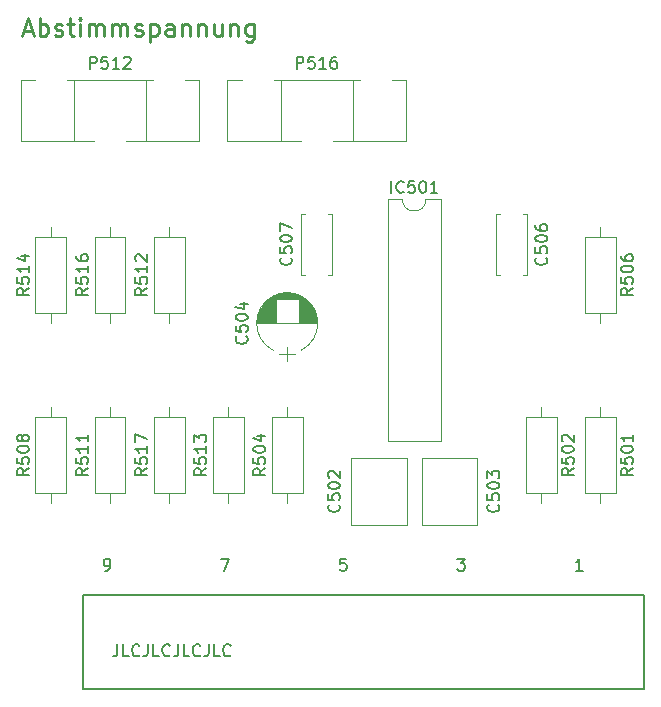
<source format=gto>
G04 #@! TF.GenerationSoftware,KiCad,Pcbnew,(5.1.7)-1*
G04 #@! TF.CreationDate,2022-12-29T18:38:42+01:00*
G04 #@! TF.ProjectId,Abstimmspannungs-Modul,41627374-696d-46d7-9370-616e6e756e67,rev?*
G04 #@! TF.SameCoordinates,Original*
G04 #@! TF.FileFunction,Legend,Top*
G04 #@! TF.FilePolarity,Positive*
%FSLAX46Y46*%
G04 Gerber Fmt 4.6, Leading zero omitted, Abs format (unit mm)*
G04 Created by KiCad (PCBNEW (5.1.7)-1) date 2022-12-29 18:38:42*
%MOMM*%
%LPD*%
G01*
G04 APERTURE LIST*
%ADD10C,0.200000*%
%ADD11C,0.225000*%
%ADD12C,0.150000*%
%ADD13C,0.120000*%
%ADD14C,1.400000*%
%ADD15C,1.600000*%
%ADD16O,1.600000X1.600000*%
%ADD17R,2.400000X1.600000*%
%ADD18O,2.400000X1.600000*%
%ADD19C,2.340000*%
%ADD20R,1.600000X1.600000*%
G04 APERTURE END LIST*
D10*
X46630952Y-91202380D02*
X46630952Y-91916666D01*
X46583333Y-92059523D01*
X46488095Y-92154761D01*
X46345238Y-92202380D01*
X46250000Y-92202380D01*
X47583333Y-92202380D02*
X47107142Y-92202380D01*
X47107142Y-91202380D01*
X48488095Y-92107142D02*
X48440476Y-92154761D01*
X48297619Y-92202380D01*
X48202380Y-92202380D01*
X48059523Y-92154761D01*
X47964285Y-92059523D01*
X47916666Y-91964285D01*
X47869047Y-91773809D01*
X47869047Y-91630952D01*
X47916666Y-91440476D01*
X47964285Y-91345238D01*
X48059523Y-91250000D01*
X48202380Y-91202380D01*
X48297619Y-91202380D01*
X48440476Y-91250000D01*
X48488095Y-91297619D01*
X49202380Y-91202380D02*
X49202380Y-91916666D01*
X49154761Y-92059523D01*
X49059523Y-92154761D01*
X48916666Y-92202380D01*
X48821428Y-92202380D01*
X50154761Y-92202380D02*
X49678571Y-92202380D01*
X49678571Y-91202380D01*
X51059523Y-92107142D02*
X51011904Y-92154761D01*
X50869047Y-92202380D01*
X50773809Y-92202380D01*
X50630952Y-92154761D01*
X50535714Y-92059523D01*
X50488095Y-91964285D01*
X50440476Y-91773809D01*
X50440476Y-91630952D01*
X50488095Y-91440476D01*
X50535714Y-91345238D01*
X50630952Y-91250000D01*
X50773809Y-91202380D01*
X50869047Y-91202380D01*
X51011904Y-91250000D01*
X51059523Y-91297619D01*
X51773809Y-91202380D02*
X51773809Y-91916666D01*
X51726190Y-92059523D01*
X51630952Y-92154761D01*
X51488095Y-92202380D01*
X51392857Y-92202380D01*
X52726190Y-92202380D02*
X52250000Y-92202380D01*
X52250000Y-91202380D01*
X53630952Y-92107142D02*
X53583333Y-92154761D01*
X53440476Y-92202380D01*
X53345238Y-92202380D01*
X53202380Y-92154761D01*
X53107142Y-92059523D01*
X53059523Y-91964285D01*
X53011904Y-91773809D01*
X53011904Y-91630952D01*
X53059523Y-91440476D01*
X53107142Y-91345238D01*
X53202380Y-91250000D01*
X53345238Y-91202380D01*
X53440476Y-91202380D01*
X53583333Y-91250000D01*
X53630952Y-91297619D01*
X54345238Y-91202380D02*
X54345238Y-91916666D01*
X54297619Y-92059523D01*
X54202380Y-92154761D01*
X54059523Y-92202380D01*
X53964285Y-92202380D01*
X55297619Y-92202380D02*
X54821428Y-92202380D01*
X54821428Y-91202380D01*
X56202380Y-92107142D02*
X56154761Y-92154761D01*
X56011904Y-92202380D01*
X55916666Y-92202380D01*
X55773809Y-92154761D01*
X55678571Y-92059523D01*
X55630952Y-91964285D01*
X55583333Y-91773809D01*
X55583333Y-91630952D01*
X55630952Y-91440476D01*
X55678571Y-91345238D01*
X55773809Y-91250000D01*
X55916666Y-91202380D01*
X56011904Y-91202380D01*
X56154761Y-91250000D01*
X56202380Y-91297619D01*
D11*
X38681964Y-39250000D02*
X39396250Y-39250000D01*
X38539107Y-39678571D02*
X39039107Y-38178571D01*
X39539107Y-39678571D01*
X40039107Y-39678571D02*
X40039107Y-38178571D01*
X40039107Y-38750000D02*
X40181964Y-38678571D01*
X40467678Y-38678571D01*
X40610535Y-38750000D01*
X40681964Y-38821428D01*
X40753392Y-38964285D01*
X40753392Y-39392857D01*
X40681964Y-39535714D01*
X40610535Y-39607142D01*
X40467678Y-39678571D01*
X40181964Y-39678571D01*
X40039107Y-39607142D01*
X41324821Y-39607142D02*
X41467678Y-39678571D01*
X41753392Y-39678571D01*
X41896250Y-39607142D01*
X41967678Y-39464285D01*
X41967678Y-39392857D01*
X41896250Y-39250000D01*
X41753392Y-39178571D01*
X41539107Y-39178571D01*
X41396250Y-39107142D01*
X41324821Y-38964285D01*
X41324821Y-38892857D01*
X41396250Y-38750000D01*
X41539107Y-38678571D01*
X41753392Y-38678571D01*
X41896250Y-38750000D01*
X42396250Y-38678571D02*
X42967678Y-38678571D01*
X42610535Y-38178571D02*
X42610535Y-39464285D01*
X42681964Y-39607142D01*
X42824821Y-39678571D01*
X42967678Y-39678571D01*
X43467678Y-39678571D02*
X43467678Y-38678571D01*
X43467678Y-38178571D02*
X43396250Y-38250000D01*
X43467678Y-38321428D01*
X43539107Y-38250000D01*
X43467678Y-38178571D01*
X43467678Y-38321428D01*
X44181964Y-39678571D02*
X44181964Y-38678571D01*
X44181964Y-38821428D02*
X44253392Y-38750000D01*
X44396250Y-38678571D01*
X44610535Y-38678571D01*
X44753392Y-38750000D01*
X44824821Y-38892857D01*
X44824821Y-39678571D01*
X44824821Y-38892857D02*
X44896250Y-38750000D01*
X45039107Y-38678571D01*
X45253392Y-38678571D01*
X45396250Y-38750000D01*
X45467678Y-38892857D01*
X45467678Y-39678571D01*
X46181964Y-39678571D02*
X46181964Y-38678571D01*
X46181964Y-38821428D02*
X46253392Y-38750000D01*
X46396250Y-38678571D01*
X46610535Y-38678571D01*
X46753392Y-38750000D01*
X46824821Y-38892857D01*
X46824821Y-39678571D01*
X46824821Y-38892857D02*
X46896250Y-38750000D01*
X47039107Y-38678571D01*
X47253392Y-38678571D01*
X47396250Y-38750000D01*
X47467678Y-38892857D01*
X47467678Y-39678571D01*
X48110535Y-39607142D02*
X48253392Y-39678571D01*
X48539107Y-39678571D01*
X48681964Y-39607142D01*
X48753392Y-39464285D01*
X48753392Y-39392857D01*
X48681964Y-39250000D01*
X48539107Y-39178571D01*
X48324821Y-39178571D01*
X48181964Y-39107142D01*
X48110535Y-38964285D01*
X48110535Y-38892857D01*
X48181964Y-38750000D01*
X48324821Y-38678571D01*
X48539107Y-38678571D01*
X48681964Y-38750000D01*
X49396250Y-38678571D02*
X49396250Y-40178571D01*
X49396250Y-38750000D02*
X49539107Y-38678571D01*
X49824821Y-38678571D01*
X49967678Y-38750000D01*
X50039107Y-38821428D01*
X50110535Y-38964285D01*
X50110535Y-39392857D01*
X50039107Y-39535714D01*
X49967678Y-39607142D01*
X49824821Y-39678571D01*
X49539107Y-39678571D01*
X49396250Y-39607142D01*
X51396250Y-39678571D02*
X51396250Y-38892857D01*
X51324821Y-38750000D01*
X51181964Y-38678571D01*
X50896250Y-38678571D01*
X50753392Y-38750000D01*
X51396250Y-39607142D02*
X51253392Y-39678571D01*
X50896250Y-39678571D01*
X50753392Y-39607142D01*
X50681964Y-39464285D01*
X50681964Y-39321428D01*
X50753392Y-39178571D01*
X50896250Y-39107142D01*
X51253392Y-39107142D01*
X51396250Y-39035714D01*
X52110535Y-38678571D02*
X52110535Y-39678571D01*
X52110535Y-38821428D02*
X52181964Y-38750000D01*
X52324821Y-38678571D01*
X52539107Y-38678571D01*
X52681964Y-38750000D01*
X52753392Y-38892857D01*
X52753392Y-39678571D01*
X53467678Y-38678571D02*
X53467678Y-39678571D01*
X53467678Y-38821428D02*
X53539107Y-38750000D01*
X53681964Y-38678571D01*
X53896250Y-38678571D01*
X54039107Y-38750000D01*
X54110535Y-38892857D01*
X54110535Y-39678571D01*
X55467678Y-38678571D02*
X55467678Y-39678571D01*
X54824821Y-38678571D02*
X54824821Y-39464285D01*
X54896250Y-39607142D01*
X55039107Y-39678571D01*
X55253392Y-39678571D01*
X55396250Y-39607142D01*
X55467678Y-39535714D01*
X56181964Y-38678571D02*
X56181964Y-39678571D01*
X56181964Y-38821428D02*
X56253392Y-38750000D01*
X56396250Y-38678571D01*
X56610535Y-38678571D01*
X56753392Y-38750000D01*
X56824821Y-38892857D01*
X56824821Y-39678571D01*
X58181964Y-38678571D02*
X58181964Y-39892857D01*
X58110535Y-40035714D01*
X58039107Y-40107142D01*
X57896250Y-40178571D01*
X57681964Y-40178571D01*
X57539107Y-40107142D01*
X58181964Y-39607142D02*
X58039107Y-39678571D01*
X57753392Y-39678571D01*
X57610535Y-39607142D01*
X57539107Y-39535714D01*
X57467678Y-39392857D01*
X57467678Y-38964285D01*
X57539107Y-38821428D01*
X57610535Y-38750000D01*
X57753392Y-38678571D01*
X58039107Y-38678571D01*
X58181964Y-38750000D01*
D12*
X45559523Y-84952380D02*
X45750000Y-84952380D01*
X45845238Y-84904761D01*
X45892857Y-84857142D01*
X45988095Y-84714285D01*
X46035714Y-84523809D01*
X46035714Y-84142857D01*
X45988095Y-84047619D01*
X45940476Y-84000000D01*
X45845238Y-83952380D01*
X45654761Y-83952380D01*
X45559523Y-84000000D01*
X45511904Y-84047619D01*
X45464285Y-84142857D01*
X45464285Y-84380952D01*
X45511904Y-84476190D01*
X45559523Y-84523809D01*
X45654761Y-84571428D01*
X45845238Y-84571428D01*
X45940476Y-84523809D01*
X45988095Y-84476190D01*
X46035714Y-84380952D01*
X65988095Y-83952380D02*
X65511904Y-83952380D01*
X65464285Y-84428571D01*
X65511904Y-84380952D01*
X65607142Y-84333333D01*
X65845238Y-84333333D01*
X65940476Y-84380952D01*
X65988095Y-84428571D01*
X66035714Y-84523809D01*
X66035714Y-84761904D01*
X65988095Y-84857142D01*
X65940476Y-84904761D01*
X65845238Y-84952380D01*
X65607142Y-84952380D01*
X65511904Y-84904761D01*
X65464285Y-84857142D01*
X75416666Y-83952380D02*
X76035714Y-83952380D01*
X75702380Y-84333333D01*
X75845238Y-84333333D01*
X75940476Y-84380952D01*
X75988095Y-84428571D01*
X76035714Y-84523809D01*
X76035714Y-84761904D01*
X75988095Y-84857142D01*
X75940476Y-84904761D01*
X75845238Y-84952380D01*
X75559523Y-84952380D01*
X75464285Y-84904761D01*
X75416666Y-84857142D01*
D13*
X77110000Y-81060000D02*
X72390000Y-81060000D01*
X77110000Y-75440000D02*
X72390000Y-75440000D01*
X77110000Y-81060000D02*
X77110000Y-75440000D01*
X72390000Y-81060000D02*
X72390000Y-75440000D01*
X66390000Y-75440000D02*
X71110000Y-75440000D01*
X66390000Y-81060000D02*
X71110000Y-81060000D01*
X66390000Y-75440000D02*
X66390000Y-81060000D01*
X71110000Y-75440000D02*
X71110000Y-81060000D01*
X82500000Y-71070000D02*
X82500000Y-71960000D01*
X82500000Y-79270000D02*
X82500000Y-78380000D01*
X81190000Y-71960000D02*
X81190000Y-78380000D01*
X83810000Y-71960000D02*
X81190000Y-71960000D01*
X83810000Y-78380000D02*
X83810000Y-71960000D01*
X81190000Y-78380000D02*
X83810000Y-78380000D01*
X87500000Y-71070000D02*
X87500000Y-71960000D01*
X87500000Y-79270000D02*
X87500000Y-78380000D01*
X86190000Y-71960000D02*
X86190000Y-78380000D01*
X88810000Y-71960000D02*
X86190000Y-71960000D01*
X88810000Y-78380000D02*
X88810000Y-71960000D01*
X86190000Y-78380000D02*
X88810000Y-78380000D01*
X61000000Y-71070000D02*
X61000000Y-71960000D01*
X61000000Y-79270000D02*
X61000000Y-78380000D01*
X59690000Y-71960000D02*
X59690000Y-78380000D01*
X62310000Y-71960000D02*
X59690000Y-71960000D01*
X62310000Y-78380000D02*
X62310000Y-71960000D01*
X59690000Y-78380000D02*
X62310000Y-78380000D01*
X87500000Y-64020000D02*
X87500000Y-63130000D01*
X87500000Y-55820000D02*
X87500000Y-56710000D01*
X88810000Y-63130000D02*
X88810000Y-56710000D01*
X86190000Y-63130000D02*
X88810000Y-63130000D01*
X86190000Y-56710000D02*
X86190000Y-63130000D01*
X88810000Y-56710000D02*
X86190000Y-56710000D01*
X62504000Y-59900000D02*
X62190000Y-59900000D01*
X64810000Y-59900000D02*
X64496000Y-59900000D01*
X62504000Y-54780000D02*
X62190000Y-54780000D01*
X64810000Y-54780000D02*
X64496000Y-54780000D01*
X62190000Y-54780000D02*
X62190000Y-59900000D01*
X64810000Y-54780000D02*
X64810000Y-59900000D01*
X79004000Y-59900000D02*
X78690000Y-59900000D01*
X81310000Y-59900000D02*
X80996000Y-59900000D01*
X79004000Y-54780000D02*
X78690000Y-54780000D01*
X81310000Y-54780000D02*
X80996000Y-54780000D01*
X78690000Y-54780000D02*
X78690000Y-59900000D01*
X81310000Y-54780000D02*
X81310000Y-59900000D01*
X74000000Y-53510000D02*
X72750000Y-53510000D01*
X74000000Y-73950000D02*
X74000000Y-53510000D01*
X69500000Y-73950000D02*
X74000000Y-73950000D01*
X69500000Y-53510000D02*
X69500000Y-73950000D01*
X70750000Y-53510000D02*
X69500000Y-53510000D01*
X72750000Y-53510000D02*
G75*
G02*
X70750000Y-53510000I-1000000J0D01*
G01*
X39690000Y-78380000D02*
X42310000Y-78380000D01*
X42310000Y-78380000D02*
X42310000Y-71960000D01*
X42310000Y-71960000D02*
X39690000Y-71960000D01*
X39690000Y-71960000D02*
X39690000Y-78380000D01*
X41000000Y-79270000D02*
X41000000Y-78380000D01*
X41000000Y-71070000D02*
X41000000Y-71960000D01*
X51000000Y-71070000D02*
X51000000Y-71960000D01*
X51000000Y-79270000D02*
X51000000Y-78380000D01*
X49690000Y-71960000D02*
X49690000Y-78380000D01*
X52310000Y-71960000D02*
X49690000Y-71960000D01*
X52310000Y-78380000D02*
X52310000Y-71960000D01*
X49690000Y-78380000D02*
X52310000Y-78380000D01*
X46000000Y-55820000D02*
X46000000Y-56710000D01*
X46000000Y-64020000D02*
X46000000Y-63130000D01*
X44690000Y-56710000D02*
X44690000Y-63130000D01*
X47310000Y-56710000D02*
X44690000Y-56710000D01*
X47310000Y-63130000D02*
X47310000Y-56710000D01*
X44690000Y-63130000D02*
X47310000Y-63130000D01*
X41000000Y-64020000D02*
X41000000Y-63130000D01*
X41000000Y-55820000D02*
X41000000Y-56710000D01*
X42310000Y-63130000D02*
X42310000Y-56710000D01*
X39690000Y-63130000D02*
X42310000Y-63130000D01*
X39690000Y-56710000D02*
X39690000Y-63130000D01*
X42310000Y-56710000D02*
X39690000Y-56710000D01*
X56000000Y-71070000D02*
X56000000Y-71960000D01*
X56000000Y-79270000D02*
X56000000Y-78380000D01*
X54690000Y-71960000D02*
X54690000Y-78380000D01*
X57310000Y-71960000D02*
X54690000Y-71960000D01*
X57310000Y-78380000D02*
X57310000Y-71960000D01*
X54690000Y-78380000D02*
X57310000Y-78380000D01*
X51000000Y-55820000D02*
X51000000Y-56710000D01*
X51000000Y-64020000D02*
X51000000Y-63130000D01*
X49690000Y-56710000D02*
X49690000Y-63130000D01*
X52310000Y-56710000D02*
X49690000Y-56710000D01*
X52310000Y-63130000D02*
X52310000Y-56710000D01*
X49690000Y-63130000D02*
X52310000Y-63130000D01*
X46000000Y-71070000D02*
X46000000Y-71960000D01*
X46000000Y-79270000D02*
X46000000Y-78380000D01*
X44690000Y-71960000D02*
X44690000Y-78380000D01*
X47310000Y-71960000D02*
X44690000Y-71960000D01*
X47310000Y-78380000D02*
X47310000Y-71960000D01*
X44690000Y-78380000D02*
X47310000Y-78380000D01*
X62135000Y-48560000D02*
X60440000Y-48560000D01*
X66560000Y-48560000D02*
X64865000Y-48560000D01*
X66560000Y-43439000D02*
X60440000Y-43439000D01*
X60440000Y-43439000D02*
X60440000Y-48560000D01*
X66560000Y-43439000D02*
X66560000Y-48560000D01*
X67135000Y-43439000D02*
X59865000Y-43439000D01*
X71060000Y-43439000D02*
X69865000Y-43439000D01*
X57135000Y-43439000D02*
X55940000Y-43439000D01*
X62135000Y-48560000D02*
X55940000Y-48560000D01*
X71060000Y-48560000D02*
X64865000Y-48560000D01*
X55940000Y-43439000D02*
X55940000Y-48560000D01*
X71060000Y-43439000D02*
X71060000Y-48560000D01*
X44635000Y-48560000D02*
X42940000Y-48560000D01*
X49060000Y-48560000D02*
X47365000Y-48560000D01*
X49060000Y-43439000D02*
X42940000Y-43439000D01*
X42940000Y-43439000D02*
X42940000Y-48560000D01*
X49060000Y-43439000D02*
X49060000Y-48560000D01*
X49635000Y-43439000D02*
X42365000Y-43439000D01*
X53560000Y-43439000D02*
X52365000Y-43439000D01*
X39635000Y-43439000D02*
X38440000Y-43439000D01*
X44635000Y-48560000D02*
X38440000Y-48560000D01*
X53560000Y-48560000D02*
X47365000Y-48560000D01*
X38440000Y-43439000D02*
X38440000Y-48560000D01*
X53560000Y-43439000D02*
X53560000Y-48560000D01*
X60350000Y-66600000D02*
X61650000Y-66600000D01*
X61000000Y-67200000D02*
X61000000Y-66000000D01*
X60646000Y-61439000D02*
X61354000Y-61439000D01*
X60441000Y-61479000D02*
X61559000Y-61479000D01*
X60293000Y-61519000D02*
X61707000Y-61519000D01*
X60171000Y-61559000D02*
X61829000Y-61559000D01*
X60066000Y-61599000D02*
X61934000Y-61599000D01*
X59972000Y-61639000D02*
X62028000Y-61639000D01*
X59888000Y-61679000D02*
X62112000Y-61679000D01*
X59811000Y-61719000D02*
X62189000Y-61719000D01*
X59739000Y-61759000D02*
X62261000Y-61759000D01*
X59673000Y-61799000D02*
X62327000Y-61799000D01*
X59610000Y-61839000D02*
X62390000Y-61839000D01*
X59552000Y-61879000D02*
X62448000Y-61879000D01*
X59496000Y-61919000D02*
X62504000Y-61919000D01*
X59444000Y-61959000D02*
X62556000Y-61959000D01*
X59394000Y-61999000D02*
X62606000Y-61999000D01*
X61980000Y-62039000D02*
X62654000Y-62039000D01*
X59346000Y-62039000D02*
X60020000Y-62039000D01*
X61980000Y-62079000D02*
X62699000Y-62079000D01*
X59301000Y-62079000D02*
X60020000Y-62079000D01*
X61980000Y-62119000D02*
X62742000Y-62119000D01*
X59258000Y-62119000D02*
X60020000Y-62119000D01*
X61980000Y-62159000D02*
X62783000Y-62159000D01*
X59217000Y-62159000D02*
X60020000Y-62159000D01*
X61980000Y-62199000D02*
X62823000Y-62199000D01*
X59177000Y-62199000D02*
X60020000Y-62199000D01*
X61980000Y-62239000D02*
X62861000Y-62239000D01*
X59139000Y-62239000D02*
X60020000Y-62239000D01*
X61980000Y-62279000D02*
X62897000Y-62279000D01*
X59103000Y-62279000D02*
X60020000Y-62279000D01*
X61980000Y-62319000D02*
X62932000Y-62319000D01*
X59068000Y-62319000D02*
X60020000Y-62319000D01*
X61980000Y-62359000D02*
X62965000Y-62359000D01*
X59035000Y-62359000D02*
X60020000Y-62359000D01*
X61980000Y-62399000D02*
X62997000Y-62399000D01*
X59003000Y-62399000D02*
X60020000Y-62399000D01*
X61980000Y-62439000D02*
X63028000Y-62439000D01*
X58972000Y-62439000D02*
X60020000Y-62439000D01*
X61980000Y-62479000D02*
X63058000Y-62479000D01*
X58942000Y-62479000D02*
X60020000Y-62479000D01*
X61980000Y-62519000D02*
X63086000Y-62519000D01*
X58914000Y-62519000D02*
X60020000Y-62519000D01*
X61980000Y-62559000D02*
X63113000Y-62559000D01*
X58887000Y-62559000D02*
X60020000Y-62559000D01*
X61980000Y-62599000D02*
X63140000Y-62599000D01*
X58860000Y-62599000D02*
X60020000Y-62599000D01*
X61980000Y-62639000D02*
X63165000Y-62639000D01*
X58835000Y-62639000D02*
X60020000Y-62639000D01*
X61980000Y-62679000D02*
X63189000Y-62679000D01*
X58811000Y-62679000D02*
X60020000Y-62679000D01*
X61980000Y-62719000D02*
X63212000Y-62719000D01*
X58788000Y-62719000D02*
X60020000Y-62719000D01*
X61980000Y-62759000D02*
X63234000Y-62759000D01*
X58766000Y-62759000D02*
X60020000Y-62759000D01*
X61980000Y-62799000D02*
X63256000Y-62799000D01*
X58744000Y-62799000D02*
X60020000Y-62799000D01*
X61980000Y-62839000D02*
X63276000Y-62839000D01*
X58724000Y-62839000D02*
X60020000Y-62839000D01*
X61980000Y-62879000D02*
X63296000Y-62879000D01*
X58704000Y-62879000D02*
X60020000Y-62879000D01*
X61980000Y-62919000D02*
X63315000Y-62919000D01*
X58685000Y-62919000D02*
X60020000Y-62919000D01*
X61980000Y-62959000D02*
X63333000Y-62959000D01*
X58667000Y-62959000D02*
X60020000Y-62959000D01*
X61980000Y-62999000D02*
X63350000Y-62999000D01*
X58650000Y-62999000D02*
X60020000Y-62999000D01*
X61980000Y-63039000D02*
X63366000Y-63039000D01*
X58634000Y-63039000D02*
X60020000Y-63039000D01*
X61980000Y-63079000D02*
X63382000Y-63079000D01*
X58618000Y-63079000D02*
X60020000Y-63079000D01*
X61980000Y-63119000D02*
X63396000Y-63119000D01*
X58604000Y-63119000D02*
X60020000Y-63119000D01*
X61980000Y-63159000D02*
X63410000Y-63159000D01*
X58590000Y-63159000D02*
X60020000Y-63159000D01*
X61980000Y-63199000D02*
X63424000Y-63199000D01*
X58576000Y-63199000D02*
X60020000Y-63199000D01*
X61980000Y-63239000D02*
X63436000Y-63239000D01*
X58564000Y-63239000D02*
X60020000Y-63239000D01*
X61980000Y-63279000D02*
X63448000Y-63279000D01*
X58552000Y-63279000D02*
X60020000Y-63279000D01*
X61980000Y-63320000D02*
X63460000Y-63320000D01*
X58540000Y-63320000D02*
X60020000Y-63320000D01*
X61980000Y-63360000D02*
X63470000Y-63360000D01*
X58530000Y-63360000D02*
X60020000Y-63360000D01*
X61980000Y-63400000D02*
X63480000Y-63400000D01*
X58520000Y-63400000D02*
X60020000Y-63400000D01*
X61980000Y-63440000D02*
X63489000Y-63440000D01*
X58511000Y-63440000D02*
X60020000Y-63440000D01*
X61980000Y-63480000D02*
X63498000Y-63480000D01*
X58502000Y-63480000D02*
X60020000Y-63480000D01*
X61980000Y-63520000D02*
X63506000Y-63520000D01*
X58494000Y-63520000D02*
X60020000Y-63520000D01*
X61980000Y-63560000D02*
X63513000Y-63560000D01*
X58487000Y-63560000D02*
X60020000Y-63560000D01*
X61980000Y-63600000D02*
X63519000Y-63600000D01*
X58481000Y-63600000D02*
X60020000Y-63600000D01*
X61980000Y-63640000D02*
X63525000Y-63640000D01*
X58475000Y-63640000D02*
X60020000Y-63640000D01*
X61980000Y-63680000D02*
X63531000Y-63680000D01*
X58469000Y-63680000D02*
X60020000Y-63680000D01*
X61980000Y-63720000D02*
X63535000Y-63720000D01*
X58465000Y-63720000D02*
X60020000Y-63720000D01*
X61980000Y-63760000D02*
X63539000Y-63760000D01*
X58461000Y-63760000D02*
X60020000Y-63760000D01*
X61980000Y-63800000D02*
X63543000Y-63800000D01*
X58457000Y-63800000D02*
X60020000Y-63800000D01*
X61980000Y-63840000D02*
X63546000Y-63840000D01*
X58454000Y-63840000D02*
X60020000Y-63840000D01*
X61980000Y-63880000D02*
X63548000Y-63880000D01*
X58452000Y-63880000D02*
X60020000Y-63880000D01*
X61980000Y-63920000D02*
X63549000Y-63920000D01*
X58451000Y-63920000D02*
X60020000Y-63920000D01*
X61980000Y-63960000D02*
X63550000Y-63960000D01*
X58450000Y-63960000D02*
X60020000Y-63960000D01*
X58450000Y-64000000D02*
X63550000Y-64000000D01*
X59820277Y-61694278D02*
G75*
G03*
X59820000Y-66305580I1179723J-2305722D01*
G01*
X62179723Y-61694278D02*
G75*
G02*
X62180000Y-66305580I-1179723J-2305722D01*
G01*
X62179723Y-61694278D02*
G75*
G03*
X59820000Y-61694420I-1179723J-2305722D01*
G01*
D12*
X43750000Y-95000000D02*
X43750000Y-87000000D01*
X91250000Y-87000000D02*
X43750000Y-87000000D01*
X91250000Y-95000000D02*
X91250000Y-87000000D01*
X43750000Y-95000000D02*
X91250000Y-95000000D01*
X78857142Y-79369047D02*
X78904761Y-79416666D01*
X78952380Y-79559523D01*
X78952380Y-79654761D01*
X78904761Y-79797619D01*
X78809523Y-79892857D01*
X78714285Y-79940476D01*
X78523809Y-79988095D01*
X78380952Y-79988095D01*
X78190476Y-79940476D01*
X78095238Y-79892857D01*
X78000000Y-79797619D01*
X77952380Y-79654761D01*
X77952380Y-79559523D01*
X78000000Y-79416666D01*
X78047619Y-79369047D01*
X77952380Y-78464285D02*
X77952380Y-78940476D01*
X78428571Y-78988095D01*
X78380952Y-78940476D01*
X78333333Y-78845238D01*
X78333333Y-78607142D01*
X78380952Y-78511904D01*
X78428571Y-78464285D01*
X78523809Y-78416666D01*
X78761904Y-78416666D01*
X78857142Y-78464285D01*
X78904761Y-78511904D01*
X78952380Y-78607142D01*
X78952380Y-78845238D01*
X78904761Y-78940476D01*
X78857142Y-78988095D01*
X77952380Y-77797619D02*
X77952380Y-77702380D01*
X78000000Y-77607142D01*
X78047619Y-77559523D01*
X78142857Y-77511904D01*
X78333333Y-77464285D01*
X78571428Y-77464285D01*
X78761904Y-77511904D01*
X78857142Y-77559523D01*
X78904761Y-77607142D01*
X78952380Y-77702380D01*
X78952380Y-77797619D01*
X78904761Y-77892857D01*
X78857142Y-77940476D01*
X78761904Y-77988095D01*
X78571428Y-78035714D01*
X78333333Y-78035714D01*
X78142857Y-77988095D01*
X78047619Y-77940476D01*
X78000000Y-77892857D01*
X77952380Y-77797619D01*
X77952380Y-77130952D02*
X77952380Y-76511904D01*
X78333333Y-76845238D01*
X78333333Y-76702380D01*
X78380952Y-76607142D01*
X78428571Y-76559523D01*
X78523809Y-76511904D01*
X78761904Y-76511904D01*
X78857142Y-76559523D01*
X78904761Y-76607142D01*
X78952380Y-76702380D01*
X78952380Y-76988095D01*
X78904761Y-77083333D01*
X78857142Y-77130952D01*
X65357142Y-79369047D02*
X65404761Y-79416666D01*
X65452380Y-79559523D01*
X65452380Y-79654761D01*
X65404761Y-79797619D01*
X65309523Y-79892857D01*
X65214285Y-79940476D01*
X65023809Y-79988095D01*
X64880952Y-79988095D01*
X64690476Y-79940476D01*
X64595238Y-79892857D01*
X64500000Y-79797619D01*
X64452380Y-79654761D01*
X64452380Y-79559523D01*
X64500000Y-79416666D01*
X64547619Y-79369047D01*
X64452380Y-78464285D02*
X64452380Y-78940476D01*
X64928571Y-78988095D01*
X64880952Y-78940476D01*
X64833333Y-78845238D01*
X64833333Y-78607142D01*
X64880952Y-78511904D01*
X64928571Y-78464285D01*
X65023809Y-78416666D01*
X65261904Y-78416666D01*
X65357142Y-78464285D01*
X65404761Y-78511904D01*
X65452380Y-78607142D01*
X65452380Y-78845238D01*
X65404761Y-78940476D01*
X65357142Y-78988095D01*
X64452380Y-77797619D02*
X64452380Y-77702380D01*
X64500000Y-77607142D01*
X64547619Y-77559523D01*
X64642857Y-77511904D01*
X64833333Y-77464285D01*
X65071428Y-77464285D01*
X65261904Y-77511904D01*
X65357142Y-77559523D01*
X65404761Y-77607142D01*
X65452380Y-77702380D01*
X65452380Y-77797619D01*
X65404761Y-77892857D01*
X65357142Y-77940476D01*
X65261904Y-77988095D01*
X65071428Y-78035714D01*
X64833333Y-78035714D01*
X64642857Y-77988095D01*
X64547619Y-77940476D01*
X64500000Y-77892857D01*
X64452380Y-77797619D01*
X64547619Y-77083333D02*
X64500000Y-77035714D01*
X64452380Y-76940476D01*
X64452380Y-76702380D01*
X64500000Y-76607142D01*
X64547619Y-76559523D01*
X64642857Y-76511904D01*
X64738095Y-76511904D01*
X64880952Y-76559523D01*
X65452380Y-77130952D01*
X65452380Y-76511904D01*
X85262380Y-76289047D02*
X84786190Y-76622380D01*
X85262380Y-76860476D02*
X84262380Y-76860476D01*
X84262380Y-76479523D01*
X84310000Y-76384285D01*
X84357619Y-76336666D01*
X84452857Y-76289047D01*
X84595714Y-76289047D01*
X84690952Y-76336666D01*
X84738571Y-76384285D01*
X84786190Y-76479523D01*
X84786190Y-76860476D01*
X84262380Y-75384285D02*
X84262380Y-75860476D01*
X84738571Y-75908095D01*
X84690952Y-75860476D01*
X84643333Y-75765238D01*
X84643333Y-75527142D01*
X84690952Y-75431904D01*
X84738571Y-75384285D01*
X84833809Y-75336666D01*
X85071904Y-75336666D01*
X85167142Y-75384285D01*
X85214761Y-75431904D01*
X85262380Y-75527142D01*
X85262380Y-75765238D01*
X85214761Y-75860476D01*
X85167142Y-75908095D01*
X84262380Y-74717619D02*
X84262380Y-74622380D01*
X84310000Y-74527142D01*
X84357619Y-74479523D01*
X84452857Y-74431904D01*
X84643333Y-74384285D01*
X84881428Y-74384285D01*
X85071904Y-74431904D01*
X85167142Y-74479523D01*
X85214761Y-74527142D01*
X85262380Y-74622380D01*
X85262380Y-74717619D01*
X85214761Y-74812857D01*
X85167142Y-74860476D01*
X85071904Y-74908095D01*
X84881428Y-74955714D01*
X84643333Y-74955714D01*
X84452857Y-74908095D01*
X84357619Y-74860476D01*
X84310000Y-74812857D01*
X84262380Y-74717619D01*
X84357619Y-74003333D02*
X84310000Y-73955714D01*
X84262380Y-73860476D01*
X84262380Y-73622380D01*
X84310000Y-73527142D01*
X84357619Y-73479523D01*
X84452857Y-73431904D01*
X84548095Y-73431904D01*
X84690952Y-73479523D01*
X85262380Y-74050952D01*
X85262380Y-73431904D01*
X90262380Y-76289047D02*
X89786190Y-76622380D01*
X90262380Y-76860476D02*
X89262380Y-76860476D01*
X89262380Y-76479523D01*
X89310000Y-76384285D01*
X89357619Y-76336666D01*
X89452857Y-76289047D01*
X89595714Y-76289047D01*
X89690952Y-76336666D01*
X89738571Y-76384285D01*
X89786190Y-76479523D01*
X89786190Y-76860476D01*
X89262380Y-75384285D02*
X89262380Y-75860476D01*
X89738571Y-75908095D01*
X89690952Y-75860476D01*
X89643333Y-75765238D01*
X89643333Y-75527142D01*
X89690952Y-75431904D01*
X89738571Y-75384285D01*
X89833809Y-75336666D01*
X90071904Y-75336666D01*
X90167142Y-75384285D01*
X90214761Y-75431904D01*
X90262380Y-75527142D01*
X90262380Y-75765238D01*
X90214761Y-75860476D01*
X90167142Y-75908095D01*
X89262380Y-74717619D02*
X89262380Y-74622380D01*
X89310000Y-74527142D01*
X89357619Y-74479523D01*
X89452857Y-74431904D01*
X89643333Y-74384285D01*
X89881428Y-74384285D01*
X90071904Y-74431904D01*
X90167142Y-74479523D01*
X90214761Y-74527142D01*
X90262380Y-74622380D01*
X90262380Y-74717619D01*
X90214761Y-74812857D01*
X90167142Y-74860476D01*
X90071904Y-74908095D01*
X89881428Y-74955714D01*
X89643333Y-74955714D01*
X89452857Y-74908095D01*
X89357619Y-74860476D01*
X89310000Y-74812857D01*
X89262380Y-74717619D01*
X90262380Y-73431904D02*
X90262380Y-74003333D01*
X90262380Y-73717619D02*
X89262380Y-73717619D01*
X89405238Y-73812857D01*
X89500476Y-73908095D01*
X89548095Y-74003333D01*
X59142380Y-76289047D02*
X58666190Y-76622380D01*
X59142380Y-76860476D02*
X58142380Y-76860476D01*
X58142380Y-76479523D01*
X58190000Y-76384285D01*
X58237619Y-76336666D01*
X58332857Y-76289047D01*
X58475714Y-76289047D01*
X58570952Y-76336666D01*
X58618571Y-76384285D01*
X58666190Y-76479523D01*
X58666190Y-76860476D01*
X58142380Y-75384285D02*
X58142380Y-75860476D01*
X58618571Y-75908095D01*
X58570952Y-75860476D01*
X58523333Y-75765238D01*
X58523333Y-75527142D01*
X58570952Y-75431904D01*
X58618571Y-75384285D01*
X58713809Y-75336666D01*
X58951904Y-75336666D01*
X59047142Y-75384285D01*
X59094761Y-75431904D01*
X59142380Y-75527142D01*
X59142380Y-75765238D01*
X59094761Y-75860476D01*
X59047142Y-75908095D01*
X58142380Y-74717619D02*
X58142380Y-74622380D01*
X58190000Y-74527142D01*
X58237619Y-74479523D01*
X58332857Y-74431904D01*
X58523333Y-74384285D01*
X58761428Y-74384285D01*
X58951904Y-74431904D01*
X59047142Y-74479523D01*
X59094761Y-74527142D01*
X59142380Y-74622380D01*
X59142380Y-74717619D01*
X59094761Y-74812857D01*
X59047142Y-74860476D01*
X58951904Y-74908095D01*
X58761428Y-74955714D01*
X58523333Y-74955714D01*
X58332857Y-74908095D01*
X58237619Y-74860476D01*
X58190000Y-74812857D01*
X58142380Y-74717619D01*
X58475714Y-73527142D02*
X59142380Y-73527142D01*
X58094761Y-73765238D02*
X58809047Y-74003333D01*
X58809047Y-73384285D01*
X90262380Y-61039047D02*
X89786190Y-61372380D01*
X90262380Y-61610476D02*
X89262380Y-61610476D01*
X89262380Y-61229523D01*
X89310000Y-61134285D01*
X89357619Y-61086666D01*
X89452857Y-61039047D01*
X89595714Y-61039047D01*
X89690952Y-61086666D01*
X89738571Y-61134285D01*
X89786190Y-61229523D01*
X89786190Y-61610476D01*
X89262380Y-60134285D02*
X89262380Y-60610476D01*
X89738571Y-60658095D01*
X89690952Y-60610476D01*
X89643333Y-60515238D01*
X89643333Y-60277142D01*
X89690952Y-60181904D01*
X89738571Y-60134285D01*
X89833809Y-60086666D01*
X90071904Y-60086666D01*
X90167142Y-60134285D01*
X90214761Y-60181904D01*
X90262380Y-60277142D01*
X90262380Y-60515238D01*
X90214761Y-60610476D01*
X90167142Y-60658095D01*
X89262380Y-59467619D02*
X89262380Y-59372380D01*
X89310000Y-59277142D01*
X89357619Y-59229523D01*
X89452857Y-59181904D01*
X89643333Y-59134285D01*
X89881428Y-59134285D01*
X90071904Y-59181904D01*
X90167142Y-59229523D01*
X90214761Y-59277142D01*
X90262380Y-59372380D01*
X90262380Y-59467619D01*
X90214761Y-59562857D01*
X90167142Y-59610476D01*
X90071904Y-59658095D01*
X89881428Y-59705714D01*
X89643333Y-59705714D01*
X89452857Y-59658095D01*
X89357619Y-59610476D01*
X89310000Y-59562857D01*
X89262380Y-59467619D01*
X89262380Y-58277142D02*
X89262380Y-58467619D01*
X89310000Y-58562857D01*
X89357619Y-58610476D01*
X89500476Y-58705714D01*
X89690952Y-58753333D01*
X90071904Y-58753333D01*
X90167142Y-58705714D01*
X90214761Y-58658095D01*
X90262380Y-58562857D01*
X90262380Y-58372380D01*
X90214761Y-58277142D01*
X90167142Y-58229523D01*
X90071904Y-58181904D01*
X89833809Y-58181904D01*
X89738571Y-58229523D01*
X89690952Y-58277142D01*
X89643333Y-58372380D01*
X89643333Y-58562857D01*
X89690952Y-58658095D01*
X89738571Y-58705714D01*
X89833809Y-58753333D01*
X61297142Y-58459047D02*
X61344761Y-58506666D01*
X61392380Y-58649523D01*
X61392380Y-58744761D01*
X61344761Y-58887619D01*
X61249523Y-58982857D01*
X61154285Y-59030476D01*
X60963809Y-59078095D01*
X60820952Y-59078095D01*
X60630476Y-59030476D01*
X60535238Y-58982857D01*
X60440000Y-58887619D01*
X60392380Y-58744761D01*
X60392380Y-58649523D01*
X60440000Y-58506666D01*
X60487619Y-58459047D01*
X60392380Y-57554285D02*
X60392380Y-58030476D01*
X60868571Y-58078095D01*
X60820952Y-58030476D01*
X60773333Y-57935238D01*
X60773333Y-57697142D01*
X60820952Y-57601904D01*
X60868571Y-57554285D01*
X60963809Y-57506666D01*
X61201904Y-57506666D01*
X61297142Y-57554285D01*
X61344761Y-57601904D01*
X61392380Y-57697142D01*
X61392380Y-57935238D01*
X61344761Y-58030476D01*
X61297142Y-58078095D01*
X60392380Y-56887619D02*
X60392380Y-56792380D01*
X60440000Y-56697142D01*
X60487619Y-56649523D01*
X60582857Y-56601904D01*
X60773333Y-56554285D01*
X61011428Y-56554285D01*
X61201904Y-56601904D01*
X61297142Y-56649523D01*
X61344761Y-56697142D01*
X61392380Y-56792380D01*
X61392380Y-56887619D01*
X61344761Y-56982857D01*
X61297142Y-57030476D01*
X61201904Y-57078095D01*
X61011428Y-57125714D01*
X60773333Y-57125714D01*
X60582857Y-57078095D01*
X60487619Y-57030476D01*
X60440000Y-56982857D01*
X60392380Y-56887619D01*
X60392380Y-56220952D02*
X60392380Y-55554285D01*
X61392380Y-55982857D01*
X82917142Y-58459047D02*
X82964761Y-58506666D01*
X83012380Y-58649523D01*
X83012380Y-58744761D01*
X82964761Y-58887619D01*
X82869523Y-58982857D01*
X82774285Y-59030476D01*
X82583809Y-59078095D01*
X82440952Y-59078095D01*
X82250476Y-59030476D01*
X82155238Y-58982857D01*
X82060000Y-58887619D01*
X82012380Y-58744761D01*
X82012380Y-58649523D01*
X82060000Y-58506666D01*
X82107619Y-58459047D01*
X82012380Y-57554285D02*
X82012380Y-58030476D01*
X82488571Y-58078095D01*
X82440952Y-58030476D01*
X82393333Y-57935238D01*
X82393333Y-57697142D01*
X82440952Y-57601904D01*
X82488571Y-57554285D01*
X82583809Y-57506666D01*
X82821904Y-57506666D01*
X82917142Y-57554285D01*
X82964761Y-57601904D01*
X83012380Y-57697142D01*
X83012380Y-57935238D01*
X82964761Y-58030476D01*
X82917142Y-58078095D01*
X82012380Y-56887619D02*
X82012380Y-56792380D01*
X82060000Y-56697142D01*
X82107619Y-56649523D01*
X82202857Y-56601904D01*
X82393333Y-56554285D01*
X82631428Y-56554285D01*
X82821904Y-56601904D01*
X82917142Y-56649523D01*
X82964761Y-56697142D01*
X83012380Y-56792380D01*
X83012380Y-56887619D01*
X82964761Y-56982857D01*
X82917142Y-57030476D01*
X82821904Y-57078095D01*
X82631428Y-57125714D01*
X82393333Y-57125714D01*
X82202857Y-57078095D01*
X82107619Y-57030476D01*
X82060000Y-56982857D01*
X82012380Y-56887619D01*
X82012380Y-55697142D02*
X82012380Y-55887619D01*
X82060000Y-55982857D01*
X82107619Y-56030476D01*
X82250476Y-56125714D01*
X82440952Y-56173333D01*
X82821904Y-56173333D01*
X82917142Y-56125714D01*
X82964761Y-56078095D01*
X83012380Y-55982857D01*
X83012380Y-55792380D01*
X82964761Y-55697142D01*
X82917142Y-55649523D01*
X82821904Y-55601904D01*
X82583809Y-55601904D01*
X82488571Y-55649523D01*
X82440952Y-55697142D01*
X82393333Y-55792380D01*
X82393333Y-55982857D01*
X82440952Y-56078095D01*
X82488571Y-56125714D01*
X82583809Y-56173333D01*
X69821428Y-52962380D02*
X69821428Y-51962380D01*
X70869047Y-52867142D02*
X70821428Y-52914761D01*
X70678571Y-52962380D01*
X70583333Y-52962380D01*
X70440476Y-52914761D01*
X70345238Y-52819523D01*
X70297619Y-52724285D01*
X70250000Y-52533809D01*
X70250000Y-52390952D01*
X70297619Y-52200476D01*
X70345238Y-52105238D01*
X70440476Y-52010000D01*
X70583333Y-51962380D01*
X70678571Y-51962380D01*
X70821428Y-52010000D01*
X70869047Y-52057619D01*
X71773809Y-51962380D02*
X71297619Y-51962380D01*
X71250000Y-52438571D01*
X71297619Y-52390952D01*
X71392857Y-52343333D01*
X71630952Y-52343333D01*
X71726190Y-52390952D01*
X71773809Y-52438571D01*
X71821428Y-52533809D01*
X71821428Y-52771904D01*
X71773809Y-52867142D01*
X71726190Y-52914761D01*
X71630952Y-52962380D01*
X71392857Y-52962380D01*
X71297619Y-52914761D01*
X71250000Y-52867142D01*
X72440476Y-51962380D02*
X72535714Y-51962380D01*
X72630952Y-52010000D01*
X72678571Y-52057619D01*
X72726190Y-52152857D01*
X72773809Y-52343333D01*
X72773809Y-52581428D01*
X72726190Y-52771904D01*
X72678571Y-52867142D01*
X72630952Y-52914761D01*
X72535714Y-52962380D01*
X72440476Y-52962380D01*
X72345238Y-52914761D01*
X72297619Y-52867142D01*
X72250000Y-52771904D01*
X72202380Y-52581428D01*
X72202380Y-52343333D01*
X72250000Y-52152857D01*
X72297619Y-52057619D01*
X72345238Y-52010000D01*
X72440476Y-51962380D01*
X73726190Y-52962380D02*
X73154761Y-52962380D01*
X73440476Y-52962380D02*
X73440476Y-51962380D01*
X73345238Y-52105238D01*
X73250000Y-52200476D01*
X73154761Y-52248095D01*
X39142380Y-76289047D02*
X38666190Y-76622380D01*
X39142380Y-76860476D02*
X38142380Y-76860476D01*
X38142380Y-76479523D01*
X38190000Y-76384285D01*
X38237619Y-76336666D01*
X38332857Y-76289047D01*
X38475714Y-76289047D01*
X38570952Y-76336666D01*
X38618571Y-76384285D01*
X38666190Y-76479523D01*
X38666190Y-76860476D01*
X38142380Y-75384285D02*
X38142380Y-75860476D01*
X38618571Y-75908095D01*
X38570952Y-75860476D01*
X38523333Y-75765238D01*
X38523333Y-75527142D01*
X38570952Y-75431904D01*
X38618571Y-75384285D01*
X38713809Y-75336666D01*
X38951904Y-75336666D01*
X39047142Y-75384285D01*
X39094761Y-75431904D01*
X39142380Y-75527142D01*
X39142380Y-75765238D01*
X39094761Y-75860476D01*
X39047142Y-75908095D01*
X38142380Y-74717619D02*
X38142380Y-74622380D01*
X38190000Y-74527142D01*
X38237619Y-74479523D01*
X38332857Y-74431904D01*
X38523333Y-74384285D01*
X38761428Y-74384285D01*
X38951904Y-74431904D01*
X39047142Y-74479523D01*
X39094761Y-74527142D01*
X39142380Y-74622380D01*
X39142380Y-74717619D01*
X39094761Y-74812857D01*
X39047142Y-74860476D01*
X38951904Y-74908095D01*
X38761428Y-74955714D01*
X38523333Y-74955714D01*
X38332857Y-74908095D01*
X38237619Y-74860476D01*
X38190000Y-74812857D01*
X38142380Y-74717619D01*
X38570952Y-73812857D02*
X38523333Y-73908095D01*
X38475714Y-73955714D01*
X38380476Y-74003333D01*
X38332857Y-74003333D01*
X38237619Y-73955714D01*
X38190000Y-73908095D01*
X38142380Y-73812857D01*
X38142380Y-73622380D01*
X38190000Y-73527142D01*
X38237619Y-73479523D01*
X38332857Y-73431904D01*
X38380476Y-73431904D01*
X38475714Y-73479523D01*
X38523333Y-73527142D01*
X38570952Y-73622380D01*
X38570952Y-73812857D01*
X38618571Y-73908095D01*
X38666190Y-73955714D01*
X38761428Y-74003333D01*
X38951904Y-74003333D01*
X39047142Y-73955714D01*
X39094761Y-73908095D01*
X39142380Y-73812857D01*
X39142380Y-73622380D01*
X39094761Y-73527142D01*
X39047142Y-73479523D01*
X38951904Y-73431904D01*
X38761428Y-73431904D01*
X38666190Y-73479523D01*
X38618571Y-73527142D01*
X38570952Y-73622380D01*
X49142380Y-76289047D02*
X48666190Y-76622380D01*
X49142380Y-76860476D02*
X48142380Y-76860476D01*
X48142380Y-76479523D01*
X48190000Y-76384285D01*
X48237619Y-76336666D01*
X48332857Y-76289047D01*
X48475714Y-76289047D01*
X48570952Y-76336666D01*
X48618571Y-76384285D01*
X48666190Y-76479523D01*
X48666190Y-76860476D01*
X48142380Y-75384285D02*
X48142380Y-75860476D01*
X48618571Y-75908095D01*
X48570952Y-75860476D01*
X48523333Y-75765238D01*
X48523333Y-75527142D01*
X48570952Y-75431904D01*
X48618571Y-75384285D01*
X48713809Y-75336666D01*
X48951904Y-75336666D01*
X49047142Y-75384285D01*
X49094761Y-75431904D01*
X49142380Y-75527142D01*
X49142380Y-75765238D01*
X49094761Y-75860476D01*
X49047142Y-75908095D01*
X49142380Y-74384285D02*
X49142380Y-74955714D01*
X49142380Y-74670000D02*
X48142380Y-74670000D01*
X48285238Y-74765238D01*
X48380476Y-74860476D01*
X48428095Y-74955714D01*
X48142380Y-74050952D02*
X48142380Y-73384285D01*
X49142380Y-73812857D01*
X44142380Y-61039047D02*
X43666190Y-61372380D01*
X44142380Y-61610476D02*
X43142380Y-61610476D01*
X43142380Y-61229523D01*
X43190000Y-61134285D01*
X43237619Y-61086666D01*
X43332857Y-61039047D01*
X43475714Y-61039047D01*
X43570952Y-61086666D01*
X43618571Y-61134285D01*
X43666190Y-61229523D01*
X43666190Y-61610476D01*
X43142380Y-60134285D02*
X43142380Y-60610476D01*
X43618571Y-60658095D01*
X43570952Y-60610476D01*
X43523333Y-60515238D01*
X43523333Y-60277142D01*
X43570952Y-60181904D01*
X43618571Y-60134285D01*
X43713809Y-60086666D01*
X43951904Y-60086666D01*
X44047142Y-60134285D01*
X44094761Y-60181904D01*
X44142380Y-60277142D01*
X44142380Y-60515238D01*
X44094761Y-60610476D01*
X44047142Y-60658095D01*
X44142380Y-59134285D02*
X44142380Y-59705714D01*
X44142380Y-59420000D02*
X43142380Y-59420000D01*
X43285238Y-59515238D01*
X43380476Y-59610476D01*
X43428095Y-59705714D01*
X43142380Y-58277142D02*
X43142380Y-58467619D01*
X43190000Y-58562857D01*
X43237619Y-58610476D01*
X43380476Y-58705714D01*
X43570952Y-58753333D01*
X43951904Y-58753333D01*
X44047142Y-58705714D01*
X44094761Y-58658095D01*
X44142380Y-58562857D01*
X44142380Y-58372380D01*
X44094761Y-58277142D01*
X44047142Y-58229523D01*
X43951904Y-58181904D01*
X43713809Y-58181904D01*
X43618571Y-58229523D01*
X43570952Y-58277142D01*
X43523333Y-58372380D01*
X43523333Y-58562857D01*
X43570952Y-58658095D01*
X43618571Y-58705714D01*
X43713809Y-58753333D01*
X39142380Y-61039047D02*
X38666190Y-61372380D01*
X39142380Y-61610476D02*
X38142380Y-61610476D01*
X38142380Y-61229523D01*
X38190000Y-61134285D01*
X38237619Y-61086666D01*
X38332857Y-61039047D01*
X38475714Y-61039047D01*
X38570952Y-61086666D01*
X38618571Y-61134285D01*
X38666190Y-61229523D01*
X38666190Y-61610476D01*
X38142380Y-60134285D02*
X38142380Y-60610476D01*
X38618571Y-60658095D01*
X38570952Y-60610476D01*
X38523333Y-60515238D01*
X38523333Y-60277142D01*
X38570952Y-60181904D01*
X38618571Y-60134285D01*
X38713809Y-60086666D01*
X38951904Y-60086666D01*
X39047142Y-60134285D01*
X39094761Y-60181904D01*
X39142380Y-60277142D01*
X39142380Y-60515238D01*
X39094761Y-60610476D01*
X39047142Y-60658095D01*
X39142380Y-59134285D02*
X39142380Y-59705714D01*
X39142380Y-59420000D02*
X38142380Y-59420000D01*
X38285238Y-59515238D01*
X38380476Y-59610476D01*
X38428095Y-59705714D01*
X38475714Y-58277142D02*
X39142380Y-58277142D01*
X38094761Y-58515238D02*
X38809047Y-58753333D01*
X38809047Y-58134285D01*
X54142380Y-76289047D02*
X53666190Y-76622380D01*
X54142380Y-76860476D02*
X53142380Y-76860476D01*
X53142380Y-76479523D01*
X53190000Y-76384285D01*
X53237619Y-76336666D01*
X53332857Y-76289047D01*
X53475714Y-76289047D01*
X53570952Y-76336666D01*
X53618571Y-76384285D01*
X53666190Y-76479523D01*
X53666190Y-76860476D01*
X53142380Y-75384285D02*
X53142380Y-75860476D01*
X53618571Y-75908095D01*
X53570952Y-75860476D01*
X53523333Y-75765238D01*
X53523333Y-75527142D01*
X53570952Y-75431904D01*
X53618571Y-75384285D01*
X53713809Y-75336666D01*
X53951904Y-75336666D01*
X54047142Y-75384285D01*
X54094761Y-75431904D01*
X54142380Y-75527142D01*
X54142380Y-75765238D01*
X54094761Y-75860476D01*
X54047142Y-75908095D01*
X54142380Y-74384285D02*
X54142380Y-74955714D01*
X54142380Y-74670000D02*
X53142380Y-74670000D01*
X53285238Y-74765238D01*
X53380476Y-74860476D01*
X53428095Y-74955714D01*
X53142380Y-74050952D02*
X53142380Y-73431904D01*
X53523333Y-73765238D01*
X53523333Y-73622380D01*
X53570952Y-73527142D01*
X53618571Y-73479523D01*
X53713809Y-73431904D01*
X53951904Y-73431904D01*
X54047142Y-73479523D01*
X54094761Y-73527142D01*
X54142380Y-73622380D01*
X54142380Y-73908095D01*
X54094761Y-74003333D01*
X54047142Y-74050952D01*
X49142380Y-61039047D02*
X48666190Y-61372380D01*
X49142380Y-61610476D02*
X48142380Y-61610476D01*
X48142380Y-61229523D01*
X48190000Y-61134285D01*
X48237619Y-61086666D01*
X48332857Y-61039047D01*
X48475714Y-61039047D01*
X48570952Y-61086666D01*
X48618571Y-61134285D01*
X48666190Y-61229523D01*
X48666190Y-61610476D01*
X48142380Y-60134285D02*
X48142380Y-60610476D01*
X48618571Y-60658095D01*
X48570952Y-60610476D01*
X48523333Y-60515238D01*
X48523333Y-60277142D01*
X48570952Y-60181904D01*
X48618571Y-60134285D01*
X48713809Y-60086666D01*
X48951904Y-60086666D01*
X49047142Y-60134285D01*
X49094761Y-60181904D01*
X49142380Y-60277142D01*
X49142380Y-60515238D01*
X49094761Y-60610476D01*
X49047142Y-60658095D01*
X49142380Y-59134285D02*
X49142380Y-59705714D01*
X49142380Y-59420000D02*
X48142380Y-59420000D01*
X48285238Y-59515238D01*
X48380476Y-59610476D01*
X48428095Y-59705714D01*
X48237619Y-58753333D02*
X48190000Y-58705714D01*
X48142380Y-58610476D01*
X48142380Y-58372380D01*
X48190000Y-58277142D01*
X48237619Y-58229523D01*
X48332857Y-58181904D01*
X48428095Y-58181904D01*
X48570952Y-58229523D01*
X49142380Y-58800952D01*
X49142380Y-58181904D01*
X44142380Y-76289047D02*
X43666190Y-76622380D01*
X44142380Y-76860476D02*
X43142380Y-76860476D01*
X43142380Y-76479523D01*
X43190000Y-76384285D01*
X43237619Y-76336666D01*
X43332857Y-76289047D01*
X43475714Y-76289047D01*
X43570952Y-76336666D01*
X43618571Y-76384285D01*
X43666190Y-76479523D01*
X43666190Y-76860476D01*
X43142380Y-75384285D02*
X43142380Y-75860476D01*
X43618571Y-75908095D01*
X43570952Y-75860476D01*
X43523333Y-75765238D01*
X43523333Y-75527142D01*
X43570952Y-75431904D01*
X43618571Y-75384285D01*
X43713809Y-75336666D01*
X43951904Y-75336666D01*
X44047142Y-75384285D01*
X44094761Y-75431904D01*
X44142380Y-75527142D01*
X44142380Y-75765238D01*
X44094761Y-75860476D01*
X44047142Y-75908095D01*
X44142380Y-74384285D02*
X44142380Y-74955714D01*
X44142380Y-74670000D02*
X43142380Y-74670000D01*
X43285238Y-74765238D01*
X43380476Y-74860476D01*
X43428095Y-74955714D01*
X44142380Y-73431904D02*
X44142380Y-74003333D01*
X44142380Y-73717619D02*
X43142380Y-73717619D01*
X43285238Y-73812857D01*
X43380476Y-73908095D01*
X43428095Y-74003333D01*
X61809523Y-42452380D02*
X61809523Y-41452380D01*
X62190476Y-41452380D01*
X62285714Y-41500000D01*
X62333333Y-41547619D01*
X62380952Y-41642857D01*
X62380952Y-41785714D01*
X62333333Y-41880952D01*
X62285714Y-41928571D01*
X62190476Y-41976190D01*
X61809523Y-41976190D01*
X63285714Y-41452380D02*
X62809523Y-41452380D01*
X62761904Y-41928571D01*
X62809523Y-41880952D01*
X62904761Y-41833333D01*
X63142857Y-41833333D01*
X63238095Y-41880952D01*
X63285714Y-41928571D01*
X63333333Y-42023809D01*
X63333333Y-42261904D01*
X63285714Y-42357142D01*
X63238095Y-42404761D01*
X63142857Y-42452380D01*
X62904761Y-42452380D01*
X62809523Y-42404761D01*
X62761904Y-42357142D01*
X64285714Y-42452380D02*
X63714285Y-42452380D01*
X64000000Y-42452380D02*
X64000000Y-41452380D01*
X63904761Y-41595238D01*
X63809523Y-41690476D01*
X63714285Y-41738095D01*
X65142857Y-41452380D02*
X64952380Y-41452380D01*
X64857142Y-41500000D01*
X64809523Y-41547619D01*
X64714285Y-41690476D01*
X64666666Y-41880952D01*
X64666666Y-42261904D01*
X64714285Y-42357142D01*
X64761904Y-42404761D01*
X64857142Y-42452380D01*
X65047619Y-42452380D01*
X65142857Y-42404761D01*
X65190476Y-42357142D01*
X65238095Y-42261904D01*
X65238095Y-42023809D01*
X65190476Y-41928571D01*
X65142857Y-41880952D01*
X65047619Y-41833333D01*
X64857142Y-41833333D01*
X64761904Y-41880952D01*
X64714285Y-41928571D01*
X64666666Y-42023809D01*
X44309523Y-42452380D02*
X44309523Y-41452380D01*
X44690476Y-41452380D01*
X44785714Y-41500000D01*
X44833333Y-41547619D01*
X44880952Y-41642857D01*
X44880952Y-41785714D01*
X44833333Y-41880952D01*
X44785714Y-41928571D01*
X44690476Y-41976190D01*
X44309523Y-41976190D01*
X45785714Y-41452380D02*
X45309523Y-41452380D01*
X45261904Y-41928571D01*
X45309523Y-41880952D01*
X45404761Y-41833333D01*
X45642857Y-41833333D01*
X45738095Y-41880952D01*
X45785714Y-41928571D01*
X45833333Y-42023809D01*
X45833333Y-42261904D01*
X45785714Y-42357142D01*
X45738095Y-42404761D01*
X45642857Y-42452380D01*
X45404761Y-42452380D01*
X45309523Y-42404761D01*
X45261904Y-42357142D01*
X46785714Y-42452380D02*
X46214285Y-42452380D01*
X46500000Y-42452380D02*
X46500000Y-41452380D01*
X46404761Y-41595238D01*
X46309523Y-41690476D01*
X46214285Y-41738095D01*
X47166666Y-41547619D02*
X47214285Y-41500000D01*
X47309523Y-41452380D01*
X47547619Y-41452380D01*
X47642857Y-41500000D01*
X47690476Y-41547619D01*
X47738095Y-41642857D01*
X47738095Y-41738095D01*
X47690476Y-41880952D01*
X47119047Y-42452380D01*
X47738095Y-42452380D01*
X57547142Y-65119047D02*
X57594761Y-65166666D01*
X57642380Y-65309523D01*
X57642380Y-65404761D01*
X57594761Y-65547619D01*
X57499523Y-65642857D01*
X57404285Y-65690476D01*
X57213809Y-65738095D01*
X57070952Y-65738095D01*
X56880476Y-65690476D01*
X56785238Y-65642857D01*
X56690000Y-65547619D01*
X56642380Y-65404761D01*
X56642380Y-65309523D01*
X56690000Y-65166666D01*
X56737619Y-65119047D01*
X56642380Y-64214285D02*
X56642380Y-64690476D01*
X57118571Y-64738095D01*
X57070952Y-64690476D01*
X57023333Y-64595238D01*
X57023333Y-64357142D01*
X57070952Y-64261904D01*
X57118571Y-64214285D01*
X57213809Y-64166666D01*
X57451904Y-64166666D01*
X57547142Y-64214285D01*
X57594761Y-64261904D01*
X57642380Y-64357142D01*
X57642380Y-64595238D01*
X57594761Y-64690476D01*
X57547142Y-64738095D01*
X56642380Y-63547619D02*
X56642380Y-63452380D01*
X56690000Y-63357142D01*
X56737619Y-63309523D01*
X56832857Y-63261904D01*
X57023333Y-63214285D01*
X57261428Y-63214285D01*
X57451904Y-63261904D01*
X57547142Y-63309523D01*
X57594761Y-63357142D01*
X57642380Y-63452380D01*
X57642380Y-63547619D01*
X57594761Y-63642857D01*
X57547142Y-63690476D01*
X57451904Y-63738095D01*
X57261428Y-63785714D01*
X57023333Y-63785714D01*
X56832857Y-63738095D01*
X56737619Y-63690476D01*
X56690000Y-63642857D01*
X56642380Y-63547619D01*
X56975714Y-62357142D02*
X57642380Y-62357142D01*
X56594761Y-62595238D02*
X57309047Y-62833333D01*
X57309047Y-62214285D01*
X55416666Y-83952380D02*
X56083333Y-83952380D01*
X55654761Y-84952380D01*
X86035714Y-84952380D02*
X85464285Y-84952380D01*
X85750000Y-84952380D02*
X85750000Y-83952380D01*
X85654761Y-84095238D01*
X85559523Y-84190476D01*
X85464285Y-84238095D01*
%LPC*%
D14*
X76000000Y-78250000D03*
X73500000Y-78250000D03*
X67500000Y-78250000D03*
X70000000Y-78250000D03*
D15*
X82500000Y-80250000D03*
D16*
X82500000Y-70090000D03*
D15*
X87500000Y-80250000D03*
D16*
X87500000Y-70090000D03*
D15*
X61000000Y-80250000D03*
D16*
X61000000Y-70090000D03*
D15*
X87500000Y-54840000D03*
D16*
X87500000Y-65000000D03*
D15*
X63500000Y-54840000D03*
X63500000Y-59840000D03*
X80000000Y-54840000D03*
X80000000Y-59840000D03*
D17*
X67940000Y-54840000D03*
D18*
X75560000Y-72620000D03*
X67940000Y-57380000D03*
X75560000Y-70080000D03*
X67940000Y-59920000D03*
X75560000Y-67540000D03*
X67940000Y-62460000D03*
X75560000Y-65000000D03*
X67940000Y-65000000D03*
X75560000Y-62460000D03*
X67940000Y-67540000D03*
X75560000Y-59920000D03*
X67940000Y-70080000D03*
X75560000Y-57380000D03*
X67940000Y-72620000D03*
X75560000Y-54840000D03*
D15*
X41000000Y-80250000D03*
D16*
X41000000Y-70090000D03*
D15*
X51000000Y-80250000D03*
D16*
X51000000Y-70090000D03*
D15*
X46000000Y-65000000D03*
D16*
X46000000Y-54840000D03*
D15*
X41000000Y-54840000D03*
D16*
X41000000Y-65000000D03*
D15*
X56000000Y-80250000D03*
D16*
X56000000Y-70090000D03*
D15*
X51000000Y-65000000D03*
D16*
X51000000Y-54840000D03*
D15*
X46000000Y-80250000D03*
D16*
X46000000Y-70090000D03*
D19*
X58500000Y-43500000D03*
X63500000Y-48500000D03*
X68500000Y-43500000D03*
X41000000Y-43500000D03*
X46000000Y-48500000D03*
X51000000Y-43500000D03*
D20*
X61000000Y-65000000D03*
D15*
X61000000Y-63000000D03*
M02*

</source>
